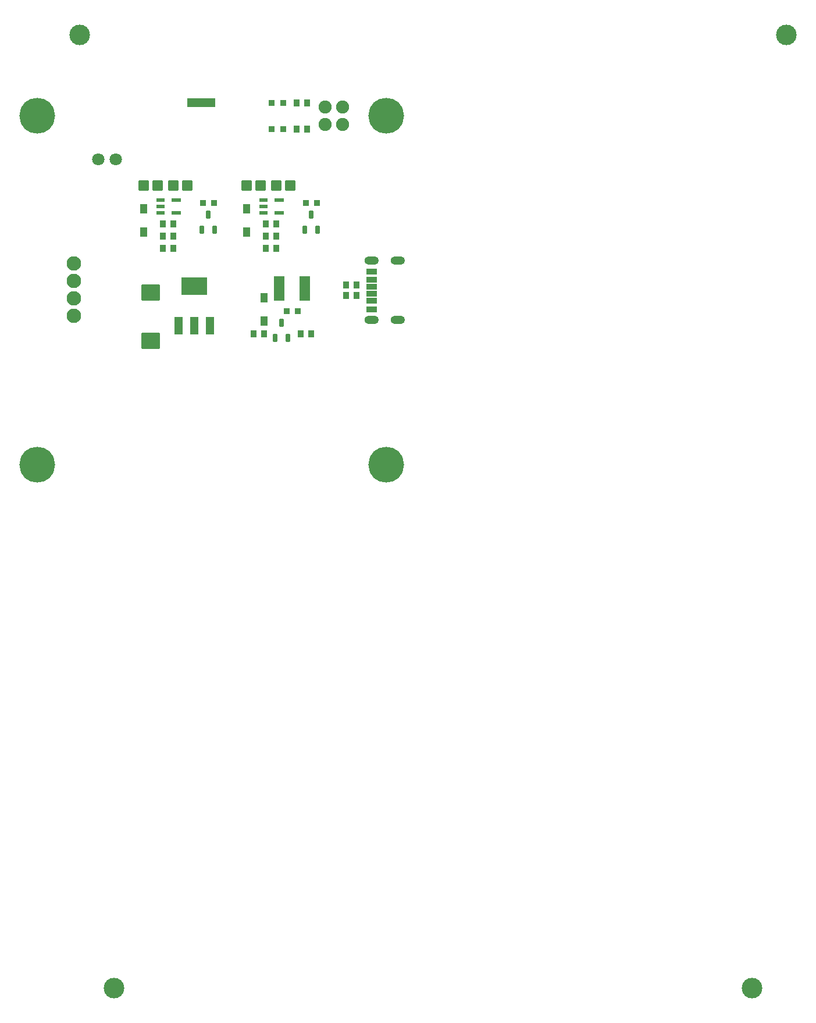
<source format=gts>
G04 Layer: TopSolderMaskLayer*
G04 Panelize: Stamp Hole, Column: 2, Row: 2, Board Size: 58.42mm x 58.42mm, Panelized Board Size: 122.84mm x 122.84mm*
G04 EasyEDA v6.5.34, 2023-08-07 12:58:06*
G04 71aba6b8c95d4410a53b73b9815fad9c,5a6b42c53f6a479593ecc07194224c93,10*
G04 Gerber Generator version 0.2*
G04 Scale: 100 percent, Rotated: No, Reflected: No *
G04 Dimensions in millimeters *
G04 leading zeros omitted , absolute positions ,4 integer and 5 decimal *
%FSLAX45Y45*%
%MOMM*%

%AMMACRO1*1,1,$1,$2,$3*1,1,$1,$4,$5*1,1,$1,0-$2,0-$3*1,1,$1,0-$4,0-$5*20,1,$1,$2,$3,$4,$5,0*20,1,$1,$4,$5,0-$2,0-$3,0*20,1,$1,0-$2,0-$3,0-$4,0-$5,0*20,1,$1,0-$4,0-$5,$2,$3,0*4,1,4,$2,$3,$4,$5,0-$2,0-$3,0-$4,0-$5,$2,$3,0*%
%ADD10MACRO1,0.1016X-0.4032X-0.432X-0.4032X0.432*%
%ADD11MACRO1,0.1016X0.4032X-0.432X0.4032X0.432*%
%ADD12MACRO1,0.1016X0.4032X0.432X0.4032X-0.432*%
%ADD13MACRO1,0.1016X-0.4032X0.432X-0.4032X-0.432*%
%ADD14MACRO1,0.1016X-0.705X-0.675X-0.705X0.675*%
%ADD15MACRO1,0.1016X0.705X-0.675X0.705X0.675*%
%ADD16MACRO1,0.1016X0.705X0.675X0.705X-0.675*%
%ADD17MACRO1,0.1016X-0.705X0.675X-0.705X-0.675*%
%ADD18MACRO1,0.1016X-0.475X-0.6X-0.475X0.6*%
%ADD19MACRO1,0.1016X-0.266X-0.5188X0.266X-0.5188*%
%ADD20MACRO1,0.1016X0.4X0.4X0.4X-0.4*%
%ADD21MACRO1,0.1016X0.5785X0.245X0.5785X-0.245*%
%ADD22MACRO1,0.1016X0.5875X0.245X0.5875X-0.245*%
%ADD23MACRO1,0.1016X1.296X-1.1038X-1.296X-1.1038*%
%ADD24MACRO1,0.1016X1.296X1.1038X-1.296X1.1038*%
%ADD25MACRO1,0.1016X-0.4X-0.4X-0.4X0.4*%
%ADD26MACRO1,0.1016X0.7033X1.7496X0.7033X-1.7496*%
%ADD27MACRO1,0.1016X-0.7033X1.7496X-0.7033X-1.7496*%
%ADD28MACRO1,0.1016X-0.525X-1.2325X0.525X-1.2325*%
%ADD29MACRO1,0.1016X1.77X-1.2325X-1.77X-1.2325*%
%ADD30MACRO1,0.1016X-0.7X-0.4X-0.7X0.4*%
%ADD31R,1.5016X0.9016*%
%ADD32O,2.1015960000000002X1.2015978000000003*%
%ADD33C,5.2032*%
%ADD34C,1.9016*%
%ADD35C,1.8016*%
%ADD36C,2.1016*%
%ADD37C,3.0000*%

%LPD*%
D10*
G01*
X4304424Y5651500D03*
D11*
G01*
X4153775Y5651500D03*
D12*
G01*
X2210669Y3886192D03*
D13*
G01*
X2361319Y3886192D03*
D12*
G01*
X3709264Y3886189D03*
D13*
G01*
X3859914Y3886189D03*
D14*
G01*
X2131997Y4444989D03*
D15*
G01*
X1931992Y4444989D03*
D16*
G01*
X2363792Y4444989D03*
D17*
G01*
X2563797Y4444989D03*
D18*
G01*
X1930394Y4106994D03*
G01*
X1930394Y3766990D03*
D10*
G01*
X2361319Y3708392D03*
D11*
G01*
X2210669Y3708392D03*
D19*
G01*
X2775195Y3801466D03*
G01*
X2965194Y3801466D03*
G01*
X2870194Y4021717D03*
D12*
G01*
X2210668Y3530592D03*
D13*
G01*
X2361321Y3530592D03*
D20*
G01*
X2790250Y4190639D03*
G01*
X2950151Y4191340D03*
D21*
G01*
X3669223Y4235185D03*
G01*
X3669223Y4140189D03*
G01*
X3669223Y4045193D03*
D22*
G01*
X3899956Y4045193D03*
G01*
X3899956Y4235185D03*
D20*
G01*
X4288845Y4190636D03*
G01*
X4448746Y4191337D03*
D12*
G01*
X3709263Y3530589D03*
D13*
G01*
X3859916Y3530589D03*
D19*
G01*
X4273790Y3801464D03*
G01*
X4463789Y3801464D03*
G01*
X4368789Y4021715D03*
D10*
G01*
X3859914Y3708389D03*
D11*
G01*
X3709264Y3708389D03*
D18*
G01*
X3428989Y4106992D03*
G01*
X3428989Y3766987D03*
D16*
G01*
X3862387Y4444987D03*
D17*
G01*
X4062392Y4444987D03*
D14*
G01*
X3630592Y4444987D03*
D15*
G01*
X3430587Y4444987D03*
D21*
G01*
X2170628Y4235188D03*
G01*
X2170628Y4140192D03*
G01*
X2170628Y4045196D03*
D22*
G01*
X2401361Y4045196D03*
G01*
X2401361Y4235188D03*
D18*
G01*
X3683868Y2811594D03*
G01*
X3683868Y2471590D03*
D23*
G01*
X2031994Y2891119D03*
D24*
G01*
X2031994Y2188870D03*
D10*
G01*
X4304424Y5270500D03*
D11*
G01*
X4153775Y5270500D03*
D10*
G01*
X5028314Y2997194D03*
D11*
G01*
X4877664Y2997194D03*
D10*
G01*
X5028314Y2844794D03*
D11*
G01*
X4877664Y2844794D03*
D10*
G01*
X3682114Y2285989D03*
D11*
G01*
X3531464Y2285989D03*
D25*
G01*
X4169331Y2616542D03*
G01*
X4009430Y2615841D03*
G01*
X3958589Y5270500D03*
G01*
X3788410Y5270500D03*
G01*
X3958589Y5651500D03*
G01*
X3788410Y5651500D03*
D10*
G01*
X4367914Y2285989D03*
D11*
G01*
X4217264Y2285989D03*
D26*
G01*
X3904056Y2946389D03*
D27*
G01*
X4274723Y2946389D03*
D28*
G01*
X2437000Y2406639D03*
G01*
X2666993Y2406639D03*
G01*
X2896991Y2406639D03*
D29*
G01*
X2666989Y2978139D03*
D19*
G01*
X3841987Y2226664D03*
G01*
X4031987Y2226664D03*
G01*
X3936987Y2446915D03*
D30*
G01*
X5245902Y2870982D03*
G01*
X5245902Y2970982D03*
G01*
X5245750Y3072988D03*
D31*
G01*
X5245506Y2769006D03*
D30*
G01*
X5245674Y3196000D03*
G01*
X5245674Y2645989D03*
D32*
G01*
X5245684Y3353003D03*
G01*
X5245684Y2488996D03*
G01*
X5625693Y2488996D03*
G01*
X5625693Y3353003D03*
D33*
G01*
X381000Y5461000D03*
G01*
X5461000Y5461000D03*
G01*
X5461000Y381000D03*
G01*
X381000Y381000D03*
G01*
X5461000Y5461000D03*
G01*
X381000Y5461000D03*
D34*
G01*
X4826000Y5588000D03*
G01*
X4826000Y5334000D03*
G01*
X4572000Y5334000D03*
G01*
X4572000Y5588000D03*
D35*
G01*
X1523997Y4825989D03*
G01*
X1269997Y4825989D03*
D36*
G01*
X910818Y2799714D03*
G01*
X910818Y3053714D03*
G01*
X910818Y3307714D03*
G01*
X910818Y2545714D03*
D37*
G01*
X999997Y6641998D03*
G01*
X11284000Y6641998D03*
G01*
X1499996Y-7241997D03*
G01*
X10784001Y-7241997D03*
G36*
X2565400Y5715000D02*
G01*
X2971800Y5715000D01*
X2971800Y5588000D01*
X2565400Y5588000D01*
G37*
M02*

</source>
